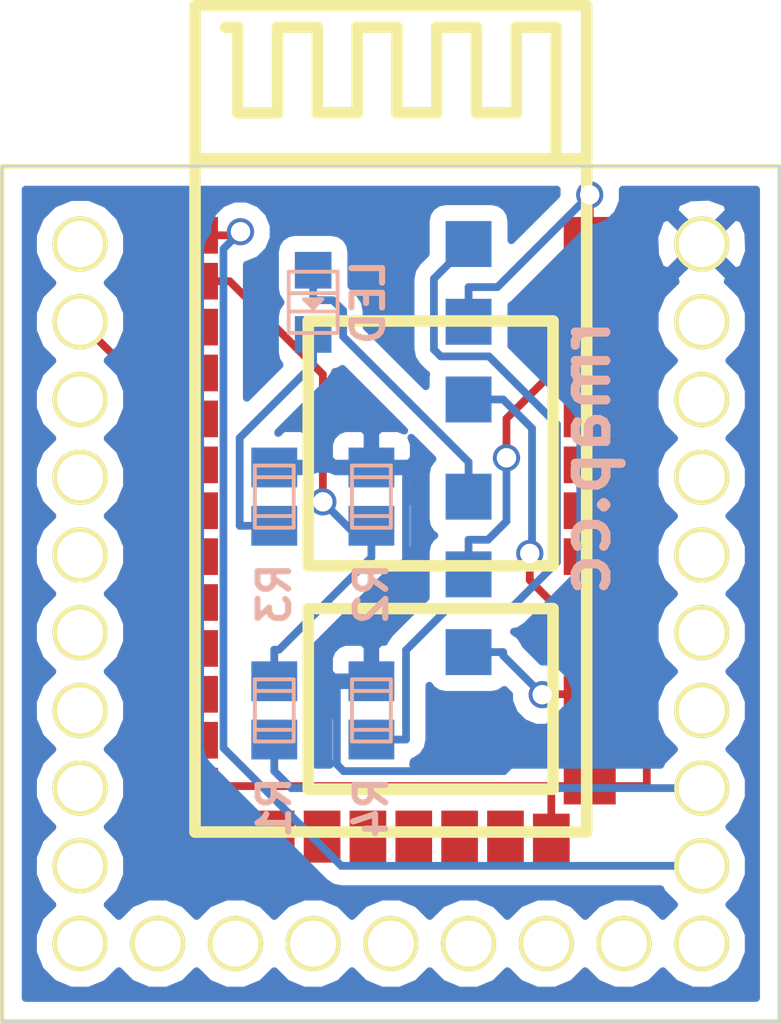
<source format=kicad_pcb>
(kicad_pcb (version 4) (host pcbnew 0.201505071723+5645~23~ubuntu14.04.1-product)

  (general
    (links 18)
    (no_connects 0)
    (area 135.460999 81.31208 161.719001 117.904001)
    (thickness 1.6)
    (drawings 5)
    (tracks 96)
    (zones 0)
    (modules 13)
    (nets 13)
  )

  (page A4)
  (layers
    (0 F.Cu signal)
    (31 B.Cu signal)
    (32 B.Adhes user hide)
    (33 F.Adhes user hide)
    (34 B.Paste user hide)
    (35 F.Paste user hide)
    (36 B.SilkS user)
    (37 F.SilkS user)
    (38 B.Mask user hide)
    (39 F.Mask user hide)
    (40 Dwgs.User user hide)
    (41 Cmts.User user hide)
    (42 Eco1.User user hide)
    (43 Eco2.User user hide)
    (44 Edge.Cuts user)
    (45 Margin user hide)
    (46 B.CrtYd user hide)
    (47 F.CrtYd user hide)
    (48 B.Fab user hide)
    (49 F.Fab user hide)
  )

  (setup
    (last_trace_width 0.254)
    (trace_clearance 0.354)
    (zone_clearance 0.508)
    (zone_45_only no)
    (trace_min 0.254)
    (segment_width 0.2)
    (edge_width 0.1)
    (via_size 1.035)
    (via_drill 0.635)
    (via_min_size 0.889)
    (via_min_drill 0.508)
    (uvia_size 0.6)
    (uvia_drill 0.254)
    (uvias_allowed no)
    (uvia_min_size 0.508)
    (uvia_min_drill 0.127)
    (pcb_text_width 0.3)
    (pcb_text_size 1.5 1.5)
    (mod_edge_width 0.2)
    (mod_text_size 1 1)
    (mod_text_width 0.2)
    (pad_size 1.50114 1.50114)
    (pad_drill 0)
    (pad_to_mask_clearance 0.2)
    (solder_mask_min_width 0.2)
    (aux_axis_origin 0 0)
    (visible_elements 7FFFFF7F)
    (pcbplotparams
      (layerselection 0x01030_80000001)
      (usegerberextensions false)
      (excludeedgelayer true)
      (linewidth 0.100000)
      (plotframeref false)
      (viasonmask false)
      (mode 1)
      (useauxorigin false)
      (hpglpennumber 1)
      (hpglpenspeed 20)
      (hpglpendiameter 15)
      (hpglpenoverlay 2)
      (psnegative false)
      (psa4output false)
      (plotreference true)
      (plotvalue true)
      (plotinvisibletext false)
      (padsonsilk false)
      (subtractmaskfromsilk false)
      (outputformat 1)
      (mirror false)
      (drillshape 0)
      (scaleselection 1)
      (outputdirectory ""))
  )

  (net 0 "")
  (net 1 "Net-(D1-Pad1)")
  (net 2 GND)
  (net 3 "Net-(R1-Pad1)")
  (net 4 "Net-(R1-Pad2)")
  (net 5 "Net-(U1-Pad9)")
  (net 6 "Net-(U1-Pad26)")
  (net 7 "Net-(D1-Pad2)")
  (net 8 "Net-(P2-Pad1)")
  (net 9 "Net-(P4-Pad1)")
  (net 10 "Net-(P1-Pad1)")
  (net 11 "Net-(P3-Pad1)")
  (net 12 "Net-(P6-Pad1)")

  (net_class Default "Questo è il gruppo di collegamenti predefinito"
    (clearance 0.354)
    (trace_width 0.254)
    (via_dia 1.035)
    (via_drill 0.635)
    (uvia_dia 0.6)
    (uvia_drill 0.254)
    (add_net GND)
    (add_net "Net-(D1-Pad1)")
    (add_net "Net-(D1-Pad2)")
    (add_net "Net-(P1-Pad1)")
    (add_net "Net-(P2-Pad1)")
    (add_net "Net-(P3-Pad1)")
    (add_net "Net-(P4-Pad1)")
    (add_net "Net-(P6-Pad1)")
    (add_net "Net-(R1-Pad1)")
    (add_net "Net-(R1-Pad2)")
    (add_net "Net-(U1-Pad26)")
    (add_net "Net-(U1-Pad9)")
  )

  (module w_smd_leds:Led_0805 (layer B.Cu) (tedit 554CE91F) (tstamp 554CE23C)
    (at 146.05 93.98 270)
    (descr "SMD LED, 0805")
    (path /5502D315)
    (fp_text reference D1 (at 0 1.651 270) (layer B.SilkS) hide
      (effects (font (size 1 1) (thickness 0.2)) (justify mirror))
    )
    (fp_text value LED (at 0 -1.80086 270) (layer B.SilkS)
      (effects (font (size 1 1) (thickness 0.2)) (justify mirror))
    )
    (fp_line (start 0.20066 0) (end -0.09906 0.29972) (layer B.SilkS) (width 0.127))
    (fp_line (start -0.09906 0.29972) (end -0.09906 -0.29972) (layer B.SilkS) (width 0.127))
    (fp_line (start -0.09906 -0.29972) (end 0.20066 0) (layer B.SilkS) (width 0.127))
    (fp_line (start 0.09906 -0.09906) (end 0.09906 0.09906) (layer B.SilkS) (width 0.127))
    (fp_line (start 0 0.20066) (end 0 -0.20066) (layer B.SilkS) (width 0.127))
    (fp_line (start 0.29972 -0.8001) (end 0.29972 0.8001) (layer B.SilkS) (width 0.127))
    (fp_line (start -0.29972 0.8001) (end -0.29972 -0.8001) (layer B.SilkS) (width 0.127))
    (fp_line (start -1.00076 0.8001) (end 1.00076 0.8001) (layer B.SilkS) (width 0.127))
    (fp_line (start 1.00076 0.8001) (end 1.00076 -0.8001) (layer B.SilkS) (width 0.127))
    (fp_line (start 1.00076 -0.8001) (end -1.00076 -0.8001) (layer B.SilkS) (width 0.127))
    (fp_line (start -1.00076 -0.8001) (end -1.00076 0.8001) (layer B.SilkS) (width 0.127))
    (pad 1 smd rect (at -1.04902 0 270) (size 1.19888 1.19888) (layers B.Cu B.Paste B.Mask)
      (net 1 "Net-(D1-Pad1)"))
    (pad 2 smd rect (at 1.04902 0 270) (size 1.19888 1.19888) (layers B.Cu B.Paste B.Mask)
      (net 7 "Net-(D1-Pad2)"))
    (model walter/smd_leds/led_0805.wrl
      (at (xyz 0 0 0))
      (scale (xyz 1 1 1))
      (rotate (xyz 0 0 0))
    )
  )

  (module Rmap:HC-05 (layer F.Cu) (tedit 55032825) (tstamp 550568DD)
    (at 148.59 97.79)
    (descr "HC-05/HC-06 serial Bluetooth module")
    (path /55008234)
    (fp_text reference U2 (at 0 -14.59992) (layer F.SilkS) hide
      (effects (font (thickness 0.3048)))
    )
    (fp_text value ITEAD_HC-05 (at 0 15.99946) (layer F.SilkS) hide
      (effects (font (thickness 0.3048)))
    )
    (fp_line (start -3.70078 -12.79652) (end -3.70078 -9.99744) (layer F.SilkS) (width 0.37846))
    (fp_line (start -5.00126 -12.79652) (end -5.00126 -9.99744) (layer F.SilkS) (width 0.37846))
    (fp_line (start -3.69824 -9.99998) (end -4.99872 -9.99998) (layer F.SilkS) (width 0.37846))
    (fp_line (start -1.10236 -12.79906) (end -1.10236 -9.99998) (layer F.SilkS) (width 0.37846))
    (fp_line (start -2.40284 -12.79906) (end -2.40284 -9.99998) (layer F.SilkS) (width 0.37846))
    (fp_line (start -1.09982 -10.00252) (end -2.4003 -10.00252) (layer F.SilkS) (width 0.37846))
    (fp_line (start -2.40284 -12.8016) (end -3.70332 -12.8016) (layer F.SilkS) (width 0.37846))
    (fp_line (start 1.4986 -12.79906) (end 1.4986 -9.99998) (layer F.SilkS) (width 0.37846))
    (fp_line (start 0.19812 -12.79906) (end 0.19812 -9.99998) (layer F.SilkS) (width 0.37846))
    (fp_line (start 1.50114 -10.00252) (end 0.20066 -10.00252) (layer F.SilkS) (width 0.37846))
    (fp_line (start 0.19812 -12.8016) (end -1.10236 -12.8016) (layer F.SilkS) (width 0.37846))
    (fp_line (start 5.40004 -12.79906) (end 5.40004 -8.49884) (layer F.SilkS) (width 0.37846))
    (fp_line (start 4.09956 -12.79906) (end 4.09956 -9.99998) (layer F.SilkS) (width 0.37846))
    (fp_line (start 2.79908 -12.79906) (end 2.79908 -9.99998) (layer F.SilkS) (width 0.37846))
    (fp_line (start -2.70002 12.10056) (end -2.70002 6.20014) (layer F.SilkS) (width 0.37846))
    (fp_line (start 5.30098 6.20014) (end 5.30098 12.10056) (layer F.SilkS) (width 0.37846))
    (fp_line (start -2.70002 6.1976) (end 5.30098 6.1976) (layer F.SilkS) (width 0.37846))
    (fp_line (start 5.30098 12.10056) (end -2.70002 12.10056) (layer F.SilkS) (width 0.37846))
    (fp_line (start 5.30098 -3.2004) (end 5.30098 4.8006) (layer F.SilkS) (width 0.37846))
    (fp_line (start 5.30098 4.8006) (end -2.70002 4.8006) (layer F.SilkS) (width 0.37846))
    (fp_line (start -2.70002 4.8006) (end -2.70002 -3.2004) (layer F.SilkS) (width 0.37846))
    (fp_line (start -2.70002 -3.2004) (end 5.30098 -3.2004) (layer F.SilkS) (width 0.37846))
    (fp_line (start -5.00126 -12.79906) (end -5.40004 -12.79906) (layer F.SilkS) (width 0.37846))
    (fp_line (start 4.1021 -10.00252) (end 2.80162 -10.00252) (layer F.SilkS) (width 0.37846))
    (fp_line (start 2.79908 -12.8016) (end 1.4986 -12.8016) (layer F.SilkS) (width 0.37846))
    (fp_line (start 5.40004 -12.8016) (end 4.09956 -12.8016) (layer F.SilkS) (width 0.37846))
    (fp_line (start 6.4008 -8.49884) (end -6.4008 -8.49884) (layer F.SilkS) (width 0.37846))
    (fp_line (start -6.4008 13.5001) (end -6.4008 -13.5001) (layer F.SilkS) (width 0.37846))
    (fp_line (start -6.4008 -13.5001) (end 6.4008 -13.5001) (layer F.SilkS) (width 0.37846))
    (fp_line (start 6.4008 -13.5001) (end 6.4008 13.5001) (layer F.SilkS) (width 0.37846))
    (fp_line (start 6.4008 13.5001) (end -6.4008 13.5001) (layer F.SilkS) (width 0.37846))
    (pad 11 smd rect (at -6.49986 8.99922) (size 1.69926 1.19888) (layers F.Cu F.Paste F.Mask))
    (pad 12 smd rect (at -6.49986 10.50036) (size 1.69926 1.19888) (layers F.Cu F.Paste F.Mask)
      (net 6 "Net-(U1-Pad26)"))
    (pad 13 smd rect (at -6.49986 11.99896) (size 1.69926 1.19888) (layers F.Cu F.Paste F.Mask)
      (net 2 GND))
    (pad 10 smd rect (at -6.49986 7.50062) (size 1.69926 1.19888) (layers F.Cu F.Paste F.Mask))
    (pad 9 smd rect (at -6.49986 5.99948) (size 1.69926 1.19888) (layers F.Cu F.Paste F.Mask))
    (pad 8 smd rect (at -6.49986 4.50088) (size 1.69926 1.19888) (layers F.Cu F.Paste F.Mask))
    (pad 7 smd rect (at -6.49986 2.99974) (size 1.69926 1.19888) (layers F.Cu F.Paste F.Mask))
    (pad 6 smd rect (at -6.49986 1.50114) (size 1.69926 1.19888) (layers F.Cu F.Paste F.Mask))
    (pad 5 smd rect (at -6.49986 0) (size 1.69926 1.19888) (layers F.Cu F.Paste F.Mask))
    (pad 4 smd rect (at -6.49986 -1.50114) (size 1.69926 1.19888) (layers F.Cu F.Paste F.Mask))
    (pad 3 smd rect (at -6.49986 -2.99974) (size 1.69926 1.19888) (layers F.Cu F.Paste F.Mask))
    (pad 2 smd rect (at -6.49986 -4.50088) (size 1.69926 1.19888) (layers F.Cu F.Paste F.Mask)
      (net 4 "Net-(R1-Pad2)"))
    (pad 1 smd rect (at -6.49986 -5.99948) (size 1.69926 1.19888) (layers F.Cu F.Paste F.Mask)
      (net 5 "Net-(U1-Pad9)"))
    (pad 14 smd rect (at -5.25018 13.69568) (size 1.19888 1.59766) (layers F.Cu F.Paste F.Mask))
    (pad 15 smd rect (at -3.7465 13.64996) (size 1.19888 1.69926) (layers F.Cu F.Paste F.Mask))
    (pad 16 smd rect (at -2.2479 13.64996) (size 1.19888 1.69926) (layers F.Cu F.Paste F.Mask))
    (pad 17 smd rect (at -0.7493 13.64996) (size 1.19888 1.69926) (layers F.Cu F.Paste F.Mask))
    (pad 18 smd rect (at 0.7493 13.64996) (size 1.19888 1.69926) (layers F.Cu F.Paste F.Mask))
    (pad 19 smd rect (at 2.2479 13.64996) (size 1.19888 1.69926) (layers F.Cu F.Paste F.Mask))
    (pad 20 smd rect (at 3.7465 13.64996) (size 1.19888 1.69926) (layers F.Cu F.Paste F.Mask))
    (pad 21 smd rect (at 5.2451 13.69822) (size 1.19888 1.59766) (layers F.Cu F.Paste F.Mask)
      (net 2 GND))
    (pad 22 smd rect (at 6.49986 11.99896) (size 1.69926 1.19888) (layers F.Cu F.Paste F.Mask)
      (net 2 GND))
    (pad 23 smd rect (at 6.49986 10.50036) (size 1.69926 1.19888) (layers F.Cu F.Paste F.Mask))
    (pad 24 smd rect (at 6.49986 8.99668) (size 1.69926 1.19888) (layers F.Cu F.Paste F.Mask)
      (net 9 "Net-(P4-Pad1)"))
    (pad 25 smd rect (at 6.49986 7.50062) (size 1.69926 1.19888) (layers F.Cu F.Paste F.Mask))
    (pad 26 smd rect (at 6.49986 5.99948) (size 1.69926 1.19888) (layers F.Cu F.Paste F.Mask)
      (net 10 "Net-(P1-Pad1)"))
    (pad 27 smd rect (at 6.49986 4.50088) (size 1.69926 1.19888) (layers F.Cu F.Paste F.Mask))
    (pad 28 smd rect (at 6.49986 2.99974) (size 1.69926 1.19888) (layers F.Cu F.Paste F.Mask))
    (pad 29 smd rect (at 6.49986 1.50114) (size 1.69926 1.19888) (layers F.Cu F.Paste F.Mask))
    (pad 30 smd rect (at 6.49986 0) (size 1.69926 1.19888) (layers F.Cu F.Paste F.Mask))
    (pad 31 smd rect (at 6.49986 -1.50114) (size 1.69926 1.19888) (layers F.Cu F.Paste F.Mask)
      (net 12 "Net-(P6-Pad1)"))
    (pad 32 smd rect (at 6.49986 -2.99974) (size 1.69926 1.19888) (layers F.Cu F.Paste F.Mask))
    (pad 33 smd rect (at 6.49986 -4.50088) (size 1.69926 1.19888) (layers F.Cu F.Paste F.Mask))
    (pad 34 smd rect (at 6.49986 -5.99948) (size 1.69926 1.19888) (layers F.Cu F.Paste F.Mask)
      (net 11 "Net-(P3-Pad1)"))
    (model walter/rf_modules/itead_hc-05.wrl
      (at (xyz 0 0 0))
      (scale (xyz 1 1 1))
      (rotate (xyz 0 0 0))
    )
  )

  (module Rmap:microduino (layer F.Cu) (tedit 554D21BF) (tstamp 55056824)
    (at 148.59 104.775)
    (tags "foont print ruotato mettere i comp su F Cu")
    (path /550082D7)
    (fp_text reference U1 (at 0 -7.62) (layer F.SilkS) hide
      (effects (font (size 1.5 1.5) (thickness 0.15)))
    )
    (fp_text value Microduino (at 0 0) (layer F.SilkS) hide
      (effects (font (size 1.5 1.5) (thickness 0.15)))
    )
    (fp_line (start -12.7 -15.24) (end 12.7 -15.24) (layer F.SilkS) (width 0.15))
    (fp_line (start 12.7 -15.24) (end 12.7 12.7) (layer F.SilkS) (width 0.15))
    (fp_line (start 12.7 12.7) (end -12.7 12.7) (layer F.SilkS) (width 0.15))
    (fp_line (start -12.7 12.7) (end -12.7 -15.24) (layer F.SilkS) (width 0.15))
    (pad 27 thru_hole circle (at -10.16 -12.7) (size 1.8 1.8) (drill 1.5) (layers *.Cu *.Mask F.SilkS))
    (pad 26 thru_hole circle (at -10.16 -10.16) (size 1.8 1.8) (drill 1.5) (layers *.Cu *.Mask F.SilkS)
      (net 6 "Net-(U1-Pad26)"))
    (pad 25 thru_hole circle (at -10.16 -7.62) (size 1.8 1.8) (drill 1.5) (layers *.Cu *.Mask F.SilkS))
    (pad 24 thru_hole circle (at -10.16 -5.08) (size 1.8 1.8) (drill 1.5) (layers *.Cu *.Mask F.SilkS))
    (pad 23 thru_hole circle (at -10.16 -2.54) (size 1.8 1.8) (drill 1.5) (layers *.Cu *.Mask F.SilkS))
    (pad 22 thru_hole circle (at -10.16 0) (size 1.8 1.8) (drill 1.5) (layers *.Cu *.Mask F.SilkS))
    (pad 21 thru_hole circle (at -10.16 2.54) (size 1.8 1.8) (drill 1.5) (layers *.Cu *.Mask F.SilkS))
    (pad 20 thru_hole circle (at -10.16 5.08) (size 1.8 1.8) (drill 1.5) (layers *.Cu *.Mask F.SilkS))
    (pad 19 thru_hole circle (at -10.16 7.62) (size 1.8 1.8) (drill 1.5) (layers *.Cu *.Mask F.SilkS))
    (pad 18 thru_hole circle (at -10.16 10.16) (size 1.8 1.8) (drill 1.5) (layers *.Cu *.Mask F.SilkS))
    (pad 17 thru_hole circle (at -7.62 10.16) (size 1.8 1.8) (drill 1.5) (layers *.Cu *.Mask F.SilkS))
    (pad 16 thru_hole circle (at -5.08 10.16) (size 1.8 1.8) (drill 1.5) (layers *.Cu *.Mask F.SilkS))
    (pad 15 thru_hole circle (at -2.54 10.16) (size 1.8 1.8) (drill 1.5) (layers *.Cu *.Mask F.SilkS))
    (pad 14 thru_hole circle (at 0 10.16) (size 1.8 1.8) (drill 1.5) (layers *.Cu *.Mask F.SilkS))
    (pad 13 thru_hole circle (at 2.54 10.16) (size 1.8 1.8) (drill 1.5) (layers *.Cu *.Mask F.SilkS))
    (pad 12 thru_hole circle (at 5.08 10.16) (size 1.8 1.8) (drill 1.5) (layers *.Cu *.Mask F.SilkS))
    (pad 11 thru_hole circle (at 7.62 10.16) (size 1.8 1.8) (drill 1.5) (layers *.Cu *.Mask F.SilkS))
    (pad 9 thru_hole circle (at 10.16 7.62) (size 1.8 1.8) (drill 1.5) (layers *.Cu *.Mask F.SilkS)
      (net 5 "Net-(U1-Pad9)"))
    (pad 8 thru_hole circle (at 10.16 5.08) (size 1.8 1.8) (drill 1.5) (layers *.Cu *.Mask F.SilkS)
      (net 3 "Net-(R1-Pad1)"))
    (pad 7 thru_hole circle (at 10.16 2.54) (size 1.8 1.8) (drill 1.5) (layers *.Cu *.Mask F.SilkS))
    (pad 6 thru_hole circle (at 10.16 0) (size 1.8 1.8) (drill 1.5) (layers *.Cu *.Mask F.SilkS))
    (pad 5 thru_hole circle (at 10.16 -2.54) (size 1.8 1.8) (drill 1.5) (layers *.Cu *.Mask F.SilkS))
    (pad 4 thru_hole circle (at 10.16 -5.08) (size 1.8 1.8) (drill 1.5) (layers *.Cu *.Mask F.SilkS))
    (pad 3 thru_hole circle (at 10.16 -7.62) (size 1.8 1.8) (drill 1.5) (layers *.Cu *.Mask F.SilkS))
    (pad 2 thru_hole circle (at 10.16 -10.16) (size 1.8 1.8) (drill 1.5) (layers *.Cu *.Mask F.SilkS))
    (pad 10 thru_hole circle (at 10.16 10.16) (size 1.8 1.8) (drill 1.5) (layers *.Cu *.Mask F.SilkS))
    (pad 1 thru_hole circle (at 10.16 -12.7) (size 1.8 1.8) (drill 1.5) (layers *.Cu *.Mask F.SilkS)
      (net 2 GND))
  )

  (module w_smd_resistors:r_0805 (layer B.Cu) (tedit 554CE964) (tstamp 554CE241)
    (at 144.78 107.315 270)
    (descr "SMT resistor, 0805")
    (path /550087EF)
    (fp_text reference R1 (at 3.175 0 270) (layer B.SilkS)
      (effects (font (size 1 1) (thickness 0.2)) (justify mirror))
    )
    (fp_text value 8K2 (at 0 -0.9906 270) (layer B.SilkS) hide
      (effects (font (size 0.29972 0.29972) (thickness 0.06096)) (justify mirror))
    )
    (fp_line (start 0.635 0.635) (end 0.635 -0.635) (layer B.SilkS) (width 0.127))
    (fp_line (start -0.635 0.635) (end -0.635 -0.6096) (layer B.SilkS) (width 0.127))
    (fp_line (start -1.016 0.635) (end 1.016 0.635) (layer B.SilkS) (width 0.127))
    (fp_line (start 1.016 0.635) (end 1.016 -0.635) (layer B.SilkS) (width 0.127))
    (fp_line (start 1.016 -0.635) (end -1.016 -0.635) (layer B.SilkS) (width 0.127))
    (fp_line (start -1.016 -0.635) (end -1.016 0.635) (layer B.SilkS) (width 0.127))
    (pad 1 smd rect (at 0.9525 0 270) (size 1.30048 1.4986) (layers B.Cu B.Paste B.Mask)
      (net 3 "Net-(R1-Pad1)"))
    (pad 2 smd rect (at -0.9525 0 270) (size 1.30048 1.4986) (layers B.Cu B.Paste B.Mask)
      (net 4 "Net-(R1-Pad2)"))
    (model walter/smd_resistors/r_0805.wrl
      (at (xyz 0 0 0))
      (scale (xyz 1 1 1))
      (rotate (xyz 0 0 0))
    )
  )

  (module w_smd_resistors:r_0805 (layer B.Cu) (tedit 554CE955) (tstamp 554CE246)
    (at 147.955 100.33 270)
    (descr "SMT resistor, 0805")
    (path /550088C1)
    (fp_text reference R2 (at 3.175 0 270) (layer B.SilkS)
      (effects (font (size 1 1) (thickness 0.2)) (justify mirror))
    )
    (fp_text value 15K (at 0 -0.9906 270) (layer B.SilkS) hide
      (effects (font (size 0.29972 0.29972) (thickness 0.06096)) (justify mirror))
    )
    (fp_line (start 0.635 0.635) (end 0.635 -0.635) (layer B.SilkS) (width 0.127))
    (fp_line (start -0.635 0.635) (end -0.635 -0.6096) (layer B.SilkS) (width 0.127))
    (fp_line (start -1.016 0.635) (end 1.016 0.635) (layer B.SilkS) (width 0.127))
    (fp_line (start 1.016 0.635) (end 1.016 -0.635) (layer B.SilkS) (width 0.127))
    (fp_line (start 1.016 -0.635) (end -1.016 -0.635) (layer B.SilkS) (width 0.127))
    (fp_line (start -1.016 -0.635) (end -1.016 0.635) (layer B.SilkS) (width 0.127))
    (pad 1 smd rect (at 0.9525 0 270) (size 1.30048 1.4986) (layers B.Cu B.Paste B.Mask)
      (net 4 "Net-(R1-Pad2)"))
    (pad 2 smd rect (at -0.9525 0 270) (size 1.30048 1.4986) (layers B.Cu B.Paste B.Mask)
      (net 2 GND))
    (model walter/smd_resistors/r_0805.wrl
      (at (xyz 0 0 0))
      (scale (xyz 1 1 1))
      (rotate (xyz 0 0 0))
    )
  )

  (module w_smd_resistors:r_0805 (layer B.Cu) (tedit 554CE958) (tstamp 554CE24B)
    (at 144.78 100.33 270)
    (descr "SMT resistor, 0805")
    (path /5502D2EB)
    (fp_text reference R3 (at 3.175 0 270) (layer B.SilkS)
      (effects (font (size 1 1) (thickness 0.2)) (justify mirror))
    )
    (fp_text value R (at 0 -0.9906 270) (layer B.SilkS) hide
      (effects (font (size 0.29972 0.29972) (thickness 0.06096)) (justify mirror))
    )
    (fp_line (start 0.635 0.635) (end 0.635 -0.635) (layer B.SilkS) (width 0.127))
    (fp_line (start -0.635 0.635) (end -0.635 -0.6096) (layer B.SilkS) (width 0.127))
    (fp_line (start -1.016 0.635) (end 1.016 0.635) (layer B.SilkS) (width 0.127))
    (fp_line (start 1.016 0.635) (end 1.016 -0.635) (layer B.SilkS) (width 0.127))
    (fp_line (start 1.016 -0.635) (end -1.016 -0.635) (layer B.SilkS) (width 0.127))
    (fp_line (start -1.016 -0.635) (end -1.016 0.635) (layer B.SilkS) (width 0.127))
    (pad 1 smd rect (at 0.9525 0 270) (size 1.30048 1.4986) (layers B.Cu B.Paste B.Mask)
      (net 7 "Net-(D1-Pad2)"))
    (pad 2 smd rect (at -0.9525 0 270) (size 1.30048 1.4986) (layers B.Cu B.Paste B.Mask)
      (net 2 GND))
    (model walter/smd_resistors/r_0805.wrl
      (at (xyz 0 0 0))
      (scale (xyz 1 1 1))
      (rotate (xyz 0 0 0))
    )
  )

  (module w_smd_resistors:r_0805 (layer B.Cu) (tedit 554CE95F) (tstamp 554CE250)
    (at 147.955 107.315 270)
    (descr "SMT resistor, 0805")
    (path /55008D30)
    (fp_text reference R4 (at 3.175 0 270) (layer B.SilkS)
      (effects (font (size 1 1) (thickness 0.2)) (justify mirror))
    )
    (fp_text value 10K (at 0 -0.9906 270) (layer B.SilkS) hide
      (effects (font (size 0.29972 0.29972) (thickness 0.06096)) (justify mirror))
    )
    (fp_line (start 0.635 0.635) (end 0.635 -0.635) (layer B.SilkS) (width 0.127))
    (fp_line (start -0.635 0.635) (end -0.635 -0.6096) (layer B.SilkS) (width 0.127))
    (fp_line (start -1.016 0.635) (end 1.016 0.635) (layer B.SilkS) (width 0.127))
    (fp_line (start 1.016 0.635) (end 1.016 -0.635) (layer B.SilkS) (width 0.127))
    (fp_line (start 1.016 -0.635) (end -1.016 -0.635) (layer B.SilkS) (width 0.127))
    (fp_line (start -1.016 -0.635) (end -1.016 0.635) (layer B.SilkS) (width 0.127))
    (pad 1 smd rect (at 0.9525 0 270) (size 1.30048 1.4986) (layers B.Cu B.Paste B.Mask)
      (net 8 "Net-(P2-Pad1)"))
    (pad 2 smd rect (at -0.9525 0 270) (size 1.30048 1.4986) (layers B.Cu B.Paste B.Mask)
      (net 2 GND))
    (model walter/smd_resistors/r_0805.wrl
      (at (xyz 0 0 0))
      (scale (xyz 1 1 1))
      (rotate (xyz 0 0 0))
    )
  )

  (module Measurement_Points:Measurement_Point_Square-SMD-Pad_Small (layer F.Cu) (tedit 554D23CC) (tstamp 554D20C1)
    (at 151.13 97.155)
    (descr "Mesurement Point, Square, SMD Pad,  1.5mm x 1.5mm,")
    (tags "Mesurement Point, Square, SMD Pad, 1.5mm x 1.5mm,")
    (path /5502DA26)
    (fp_text reference P1 (at 0 -3.81) (layer F.SilkS) hide
      (effects (font (size 1 1) (thickness 0.15)))
    )
    (fp_text value CONN_01X01 (at 2.54 3.81) (layer F.Fab) hide
      (effects (font (size 1 1) (thickness 0.15)))
    )
    (pad 1 smd rect (at 0 0) (size 1.50114 1.50114) (layers B.Cu B.Paste B.Mask)
      (net 10 "Net-(P1-Pad1)"))
  )

  (module Measurement_Points:Measurement_Point_Square-SMD-Pad_Small (layer F.Cu) (tedit 554D2389) (tstamp 554D20C5)
    (at 151.13 92.075)
    (descr "Mesurement Point, Square, SMD Pad,  1.5mm x 1.5mm,")
    (tags "Mesurement Point, Square, SMD Pad, 1.5mm x 1.5mm,")
    (path /5502DA52)
    (fp_text reference P2 (at 0 -3.81) (layer F.SilkS) hide
      (effects (font (size 1 1) (thickness 0.15)))
    )
    (fp_text value CONN_01X01 (at 2.54 3.81) (layer F.Fab) hide
      (effects (font (size 1 1) (thickness 0.15)))
    )
    (pad 1 smd rect (at 0 0) (size 1.50114 1.50114) (layers B.Cu B.Paste B.Mask)
      (net 8 "Net-(P2-Pad1)"))
  )

  (module Measurement_Points:Measurement_Point_Square-SMD-Pad_Small (layer F.Cu) (tedit 554D2398) (tstamp 554D20C9)
    (at 151.13 94.615)
    (descr "Mesurement Point, Square, SMD Pad,  1.5mm x 1.5mm,")
    (tags "Mesurement Point, Square, SMD Pad, 1.5mm x 1.5mm,")
    (path /5502DA6A)
    (fp_text reference P3 (at 0 -3.81) (layer F.SilkS) hide
      (effects (font (size 1 1) (thickness 0.15)))
    )
    (fp_text value CONN_01X01 (at 2.54 3.81) (layer F.Fab) hide
      (effects (font (size 1 1) (thickness 0.15)))
    )
    (pad 1 smd rect (at 0 0) (size 1.50114 1.50114) (layers B.Cu B.Paste B.Mask)
      (net 11 "Net-(P3-Pad1)"))
  )

  (module Measurement_Points:Measurement_Point_Square-SMD-Pad_Small (layer F.Cu) (tedit 554D23E6) (tstamp 554D20CD)
    (at 151.13 105.41)
    (descr "Mesurement Point, Square, SMD Pad,  1.5mm x 1.5mm,")
    (tags "Mesurement Point, Square, SMD Pad, 1.5mm x 1.5mm,")
    (path /5502DA85)
    (fp_text reference P4 (at 0 -3.81) (layer F.SilkS) hide
      (effects (font (size 1 1) (thickness 0.15)))
    )
    (fp_text value CONN_01X01 (at 2.54 3.81) (layer F.Fab) hide
      (effects (font (size 1 1) (thickness 0.15)))
    )
    (pad 1 smd rect (at 0 0) (size 1.50114 1.50114) (layers B.Cu B.Paste B.Mask)
      (net 9 "Net-(P4-Pad1)"))
  )

  (module Measurement_Points:Measurement_Point_Square-SMD-Pad_Small (layer F.Cu) (tedit 554D23D8) (tstamp 554D20D1)
    (at 151.13 100.33)
    (descr "Mesurement Point, Square, SMD Pad,  1.5mm x 1.5mm,")
    (tags "Mesurement Point, Square, SMD Pad, 1.5mm x 1.5mm,")
    (path /5502DAB1)
    (fp_text reference P5 (at 0 -3.81) (layer F.SilkS) hide
      (effects (font (size 1 1) (thickness 0.15)))
    )
    (fp_text value CONN_01X01 (at 2.54 3.81) (layer F.Fab) hide
      (effects (font (size 1 1) (thickness 0.15)))
    )
    (pad 1 smd rect (at 0 0) (size 1.50114 1.50114) (layers B.Cu B.Paste B.Mask)
      (net 1 "Net-(D1-Pad1)"))
  )

  (module Measurement_Points:Measurement_Point_Square-SMD-Pad_Small (layer F.Cu) (tedit 554D23DF) (tstamp 554D20D5)
    (at 151.13 102.87)
    (descr "Mesurement Point, Square, SMD Pad,  1.5mm x 1.5mm,")
    (tags "Mesurement Point, Square, SMD Pad, 1.5mm x 1.5mm,")
    (path /5502DAC9)
    (fp_text reference P6 (at 0 -3.81) (layer F.SilkS) hide
      (effects (font (size 1 1) (thickness 0.15)))
    )
    (fp_text value CONN_01X01 (at 2.54 3.81) (layer F.Fab) hide
      (effects (font (size 1 1) (thickness 0.15)))
    )
    (pad 1 smd rect (at 0 0) (size 1.50114 1.50114) (layers B.Cu B.Paste B.Mask)
      (net 12 "Net-(P6-Pad1)"))
  )

  (gr_text rmap.cc (at 154.94 99.06 90) (layer B.SilkS)
    (effects (font (size 1.5 1.5) (thickness 0.3)) (justify mirror))
  )
  (gr_line (start 135.89 89.535) (end 135.89 117.475) (angle 90) (layer Edge.Cuts) (width 0.1))
  (gr_line (start 161.29 89.535) (end 135.89 89.535) (angle 90) (layer Edge.Cuts) (width 0.1))
  (gr_line (start 161.29 117.475) (end 161.29 89.535) (angle 90) (layer Edge.Cuts) (width 0.1))
  (gr_line (start 135.89 117.475) (end 161.29 117.475) (angle 90) (layer Edge.Cuts) (width 0.1))

  (segment (start 146.05 92.931) (end 146.05 93.9117) (width 0.254) (layer B.Cu) (net 1))
  (segment (start 151.13 100.33) (end 151.13 99.1981) (width 0.254) (layer B.Cu) (net 1))
  (segment (start 151.13 99.1981) (end 147.0307 95.0988) (width 0.254) (layer B.Cu) (net 1))
  (segment (start 147.0307 95.0988) (end 147.0307 94.2488) (width 0.254) (layer B.Cu) (net 1))
  (segment (start 147.0307 94.2488) (end 146.6936 93.9117) (width 0.254) (layer B.Cu) (net 1))
  (segment (start 146.6936 93.9117) (end 146.05 93.9117) (width 0.254) (layer B.Cu) (net 1))
  (segment (start 147.955 106.3625) (end 147.955 105.331) (width 0.254) (layer B.Cu) (net 2))
  (segment (start 147.955 106.3625) (end 146.8244 106.3625) (width 0.254) (layer B.Cu) (net 2))
  (segment (start 146.8244 106.3625) (end 146.8244 109.0792) (width 0.254) (layer B.Cu) (net 2))
  (segment (start 146.8244 109.0792) (end 147.0443 109.2991) (width 0.254) (layer B.Cu) (net 2))
  (segment (start 147.0443 109.2991) (end 152.2864 109.2991) (width 0.254) (layer B.Cu) (net 2))
  (segment (start 152.2864 109.2991) (end 155.9158 105.6697) (width 0.254) (layer B.Cu) (net 2))
  (segment (start 155.9158 105.6697) (end 155.9158 94.9092) (width 0.254) (layer B.Cu) (net 2))
  (segment (start 155.9158 94.9092) (end 158.75 92.075) (width 0.254) (layer B.Cu) (net 2))
  (segment (start 149.0856 99.3775) (end 149.0856 104.2004) (width 0.254) (layer B.Cu) (net 2))
  (segment (start 149.0856 104.2004) (end 147.955 105.331) (width 0.254) (layer B.Cu) (net 2))
  (segment (start 147.955 99.3775) (end 149.0856 99.3775) (width 0.254) (layer B.Cu) (net 2))
  (segment (start 147.4471 99.3775) (end 147.955 99.3775) (width 0.254) (layer B.Cu) (net 2))
  (segment (start 147.4471 99.3775) (end 146.8244 99.3775) (width 0.254) (layer B.Cu) (net 2))
  (segment (start 155.0899 109.789) (end 156.9558 109.789) (width 0.254) (layer F.Cu) (net 2))
  (segment (start 158.75 92.075) (end 156.9558 93.8692) (width 0.254) (layer F.Cu) (net 2))
  (segment (start 156.9558 93.8692) (end 156.9558 109.789) (width 0.254) (layer F.Cu) (net 2))
  (segment (start 153.8351 109.789) (end 142.0901 109.789) (width 0.254) (layer F.Cu) (net 2))
  (segment (start 153.9861 109.789) (end 153.8351 109.789) (width 0.254) (layer F.Cu) (net 2))
  (segment (start 153.8351 109.789) (end 153.8351 110.3081) (width 0.254) (layer F.Cu) (net 2))
  (segment (start 155.0899 109.789) (end 153.9861 109.789) (width 0.254) (layer F.Cu) (net 2))
  (segment (start 153.8351 111.4882) (end 153.8351 110.3081) (width 0.254) (layer F.Cu) (net 2))
  (segment (start 144.78 99.3775) (end 146.8244 99.3775) (width 0.254) (layer B.Cu) (net 2))
  (segment (start 144.78 108.2675) (end 144.78 109.299) (width 0.254) (layer B.Cu) (net 3))
  (segment (start 144.78 109.299) (end 145.336 109.855) (width 0.254) (layer B.Cu) (net 3))
  (segment (start 145.336 109.855) (end 158.75 109.855) (width 0.254) (layer B.Cu) (net 3))
  (segment (start 142.0901 93.2891) (end 143.321 93.2891) (width 0.254) (layer F.Cu) (net 4))
  (segment (start 146.3675 100.4997) (end 146.3675 96.3356) (width 0.254) (layer F.Cu) (net 4))
  (segment (start 146.3675 96.3356) (end 143.321 93.2891) (width 0.254) (layer F.Cu) (net 4))
  (segment (start 147.955 101.7982) (end 147.666 101.7982) (width 0.254) (layer B.Cu) (net 4))
  (segment (start 147.666 101.7982) (end 146.3675 100.4997) (width 0.254) (layer B.Cu) (net 4))
  (segment (start 147.955 101.7982) (end 147.955 102.314) (width 0.254) (layer B.Cu) (net 4))
  (segment (start 147.955 101.2825) (end 147.955 101.7982) (width 0.254) (layer B.Cu) (net 4))
  (segment (start 144.78 106.3625) (end 144.78 105.331) (width 0.254) (layer B.Cu) (net 4))
  (segment (start 147.955 102.314) (end 144.938 105.331) (width 0.254) (layer B.Cu) (net 4))
  (segment (start 144.938 105.331) (end 144.78 105.331) (width 0.254) (layer B.Cu) (net 4))
  (via (at 146.3675 100.4997) (size 0.889) (layers F.Cu B.Cu) (net 4))
  (segment (start 143.321 91.7905) (end 143.4386 91.6729) (width 0.254) (layer F.Cu) (net 5))
  (segment (start 143.4386 91.6729) (end 143.6756 91.6729) (width 0.254) (layer F.Cu) (net 5))
  (segment (start 158.75 112.395) (end 146.9688 112.395) (width 0.254) (layer B.Cu) (net 5))
  (segment (start 146.9688 112.395) (end 143.1192 108.5454) (width 0.254) (layer B.Cu) (net 5))
  (segment (start 143.1192 108.5454) (end 143.1192 92.2293) (width 0.254) (layer B.Cu) (net 5))
  (segment (start 143.1192 92.2293) (end 143.6756 91.6729) (width 0.254) (layer B.Cu) (net 5))
  (segment (start 142.0901 91.7905) (end 143.321 91.7905) (width 0.254) (layer F.Cu) (net 5))
  (via (at 143.6756 91.6729) (size 0.889) (layers F.Cu B.Cu) (net 5))
  (segment (start 142.0901 108.2904) (end 140.2242 108.2904) (width 0.254) (layer F.Cu) (net 6))
  (segment (start 138.43 94.615) (end 140.2242 96.4092) (width 0.254) (layer F.Cu) (net 6))
  (segment (start 140.2242 96.4092) (end 140.2242 108.2904) (width 0.254) (layer F.Cu) (net 6))
  (segment (start 146.05 95.029) (end 146.05 96.0097) (width 0.254) (layer B.Cu) (net 7))
  (segment (start 144.78 101.2825) (end 143.6494 101.2825) (width 0.254) (layer B.Cu) (net 7))
  (segment (start 143.6494 101.2825) (end 143.6494 98.4103) (width 0.254) (layer B.Cu) (net 7))
  (segment (start 143.6494 98.4103) (end 146.05 96.0097) (width 0.254) (layer B.Cu) (net 7))
  (segment (start 147.955 108.2675) (end 149.0856 108.2675) (width 0.254) (layer B.Cu) (net 8))
  (segment (start 151.13 92.075) (end 149.998 93.207) (width 0.254) (layer B.Cu) (net 8))
  (segment (start 149.998 93.207) (end 149.998 95.5234) (width 0.254) (layer B.Cu) (net 8))
  (segment (start 149.998 95.5234) (end 150.2216 95.747) (width 0.254) (layer B.Cu) (net 8))
  (segment (start 150.2216 95.747) (end 151.7962 95.747) (width 0.254) (layer B.Cu) (net 8))
  (segment (start 151.7962 95.747) (end 154.0185 97.9693) (width 0.254) (layer B.Cu) (net 8))
  (segment (start 154.0185 97.9693) (end 154.0185 102.4748) (width 0.254) (layer B.Cu) (net 8))
  (segment (start 154.0185 102.4748) (end 152.4863 104.007) (width 0.254) (layer B.Cu) (net 8))
  (segment (start 152.4863 104.007) (end 150.4256 104.007) (width 0.254) (layer B.Cu) (net 8))
  (segment (start 150.4256 104.007) (end 149.0856 105.347) (width 0.254) (layer B.Cu) (net 8))
  (segment (start 149.0856 105.347) (end 149.0856 108.2675) (width 0.254) (layer B.Cu) (net 8))
  (segment (start 153.5369 106.8011) (end 153.8446 106.8011) (width 0.254) (layer F.Cu) (net 9))
  (segment (start 153.8446 106.8011) (end 153.859 106.7867) (width 0.254) (layer F.Cu) (net 9))
  (segment (start 152.2619 105.41) (end 152.2619 105.5261) (width 0.254) (layer B.Cu) (net 9))
  (segment (start 152.2619 105.5261) (end 153.5369 106.8011) (width 0.254) (layer B.Cu) (net 9))
  (segment (start 151.13 105.41) (end 152.2619 105.41) (width 0.254) (layer B.Cu) (net 9))
  (segment (start 155.0899 106.7867) (end 153.859 106.7867) (width 0.254) (layer F.Cu) (net 9))
  (via (at 153.5369 106.8011) (size 0.889) (layers F.Cu B.Cu) (net 9))
  (segment (start 151.13 97.155) (end 152.2619 97.155) (width 0.254) (layer B.Cu) (net 10))
  (segment (start 155.0899 103.7895) (end 153.859 103.7895) (width 0.254) (layer F.Cu) (net 10))
  (segment (start 153.1304 102.1865) (end 153.1304 103.0609) (width 0.254) (layer F.Cu) (net 10))
  (segment (start 153.1304 103.0609) (end 153.859 103.7895) (width 0.254) (layer F.Cu) (net 10))
  (segment (start 152.2619 97.155) (end 153.2049 98.098) (width 0.254) (layer B.Cu) (net 10))
  (segment (start 153.2049 98.098) (end 153.2049 102.112) (width 0.254) (layer B.Cu) (net 10))
  (segment (start 153.2049 102.112) (end 153.1304 102.1865) (width 0.254) (layer B.Cu) (net 10))
  (via (at 153.1304 102.1865) (size 0.889) (layers F.Cu B.Cu) (net 10))
  (segment (start 151.13 94.615) (end 151.13 93.4831) (width 0.254) (layer B.Cu) (net 11))
  (segment (start 155.0899 90.4677) (end 155.0899 91.7905) (width 0.254) (layer F.Cu) (net 11))
  (segment (start 151.13 93.4831) (end 152.0745 93.4831) (width 0.254) (layer B.Cu) (net 11))
  (segment (start 152.0745 93.4831) (end 155.0899 90.4677) (width 0.254) (layer B.Cu) (net 11))
  (via (at 155.0899 90.4677) (size 0.889) (layers F.Cu B.Cu) (net 11))
  (segment (start 151.13 102.87) (end 151.13 101.7381) (width 0.254) (layer B.Cu) (net 12))
  (segment (start 153.859 96.2889) (end 152.3687 97.7792) (width 0.254) (layer F.Cu) (net 12))
  (segment (start 152.3687 97.7792) (end 152.3687 99.0607) (width 0.254) (layer F.Cu) (net 12))
  (segment (start 151.13 101.7381) (end 151.7667 101.7381) (width 0.254) (layer B.Cu) (net 12))
  (segment (start 151.7667 101.7381) (end 152.3687 101.1361) (width 0.254) (layer B.Cu) (net 12))
  (segment (start 152.3687 101.1361) (end 152.3687 99.0607) (width 0.254) (layer B.Cu) (net 12))
  (segment (start 155.0899 96.2889) (end 153.859 96.2889) (width 0.254) (layer F.Cu) (net 12))
  (via (at 152.3687 99.0607) (size 0.889) (layers F.Cu B.Cu) (net 12))

  (zone (net 2) (net_name GND) (layer B.Cu) (tstamp 554D277F) (hatch edge 0.508)
    (connect_pads (clearance 0.508))
    (min_thickness 0.254)
    (fill yes (arc_segments 16) (thermal_gap 0.508) (thermal_bridge_width 0.508))
    (polygon
      (pts
        (xy 160.655 116.84) (xy 136.525 116.84) (xy 136.525 90.17) (xy 160.655 90.17)
      )
    )
    (filled_polygon
      (pts
        (xy 150.014134 101.599878) (xy 149.924503 101.658757) (xy 149.782053 101.86979) (xy 149.73199 102.11943) (xy 149.73199 103.62057)
        (xy 149.732381 103.622588) (xy 148.546785 104.808185) (xy 148.381604 105.055395) (xy 148.377254 105.07726) (xy 148.24075 105.07726)
        (xy 148.082 105.23601) (xy 148.082 106.2355) (xy 148.102 106.2355) (xy 148.102 106.4895) (xy 148.082 106.4895)
        (xy 148.082 106.5095) (xy 147.828 106.5095) (xy 147.828 106.4895) (xy 147.828 106.2355) (xy 147.828 105.23601)
        (xy 147.66925 105.07726) (xy 147.332009 105.07726) (xy 147.07939 105.07726) (xy 146.846001 105.173933) (xy 146.667373 105.352562)
        (xy 146.5707 105.585951) (xy 146.5707 106.07675) (xy 146.72945 106.2355) (xy 147.828 106.2355) (xy 147.828 106.4895)
        (xy 146.72945 106.4895) (xy 146.5707 106.64825) (xy 146.5707 107.139049) (xy 146.64368 107.315239) (xy 146.608323 107.36762)
        (xy 146.55826 107.61726) (xy 146.55826 108.91774) (xy 146.592264 109.093) (xy 146.141593 109.093) (xy 146.17674 108.91774)
        (xy 146.17674 107.61726) (xy 146.129763 107.375137) (xy 146.090702 107.315674) (xy 146.126677 107.26238) (xy 146.17674 107.01274)
        (xy 146.17674 105.71226) (xy 146.129763 105.470137) (xy 146.029351 105.317278) (xy 148.493815 102.852816) (xy 148.493815 102.852815)
        (xy 148.658996 102.605605) (xy 148.664053 102.58018) (xy 148.7043 102.58018) (xy 148.946423 102.533203) (xy 149.159227 102.393413)
        (xy 149.301677 102.18238) (xy 149.35174 101.93274) (xy 149.35174 100.63226) (xy 149.304763 100.390137) (xy 149.26597 100.331082)
        (xy 149.3393 100.154049) (xy 149.3393 99.66325) (xy 149.18055 99.5045) (xy 148.082 99.5045) (xy 148.082 99.5245)
        (xy 147.828 99.5245) (xy 147.828 99.5045) (xy 147.828 99.2505) (xy 147.828 98.25101) (xy 147.66925 98.09226)
        (xy 147.332009 98.09226) (xy 147.07939 98.09226) (xy 146.846001 98.188933) (xy 146.667373 98.367562) (xy 146.5707 98.600951)
        (xy 146.5707 99.09175) (xy 146.72945 99.2505) (xy 147.828 99.2505) (xy 147.828 99.5045) (xy 146.785733 99.5045)
        (xy 146.583168 99.420387) (xy 146.1643 99.420022) (xy 146.153716 99.420013) (xy 145.949242 99.5045) (xy 144.907 99.5045)
        (xy 144.907 99.5245) (xy 144.653 99.5245) (xy 144.653 99.5045) (xy 144.633 99.5045) (xy 144.633 99.2505)
        (xy 144.653 99.2505) (xy 144.653 99.2305) (xy 144.907 99.2305) (xy 144.907 99.2505) (xy 146.00555 99.2505)
        (xy 146.1643 99.09175) (xy 146.1643 98.600951) (xy 146.067627 98.367562) (xy 145.888999 98.188933) (xy 145.65561 98.09226)
        (xy 145.402991 98.09226) (xy 145.06575 98.09226) (xy 144.907002 98.251008) (xy 144.907002 98.230328) (xy 146.588815 96.548515)
        (xy 146.753996 96.301305) (xy 146.763449 96.253779) (xy 146.891563 96.228923) (xy 147.007218 96.152949) (xy 149.028496 98.174227)
        (xy 148.83061 98.09226) (xy 148.577991 98.09226) (xy 148.24075 98.09226) (xy 148.082 98.25101) (xy 148.082 99.2505)
        (xy 149.18055 99.2505) (xy 149.3393 99.09175) (xy 149.3393 98.600951) (xy 149.257331 98.403062) (xy 149.953788 99.099519)
        (xy 149.924503 99.118757) (xy 149.782053 99.32979) (xy 149.73199 99.57943) (xy 149.73199 101.08057) (xy 149.778967 101.322693)
        (xy 149.918757 101.535497) (xy 150.014134 101.599878)
      )
    )
    (filled_polygon
      (pts
        (xy 160.528 116.713) (xy 160.296458 116.713) (xy 160.296458 92.315664) (xy 160.270839 91.70554) (xy 160.086643 91.260852)
        (xy 159.830159 91.174446) (xy 159.650554 91.354051) (xy 159.650554 90.994841) (xy 159.564148 90.738357) (xy 158.990664 90.528542)
        (xy 158.38054 90.554161) (xy 157.935852 90.738357) (xy 157.849446 90.994841) (xy 158.75 91.895395) (xy 159.650554 90.994841)
        (xy 159.650554 91.354051) (xy 158.929605 92.075) (xy 159.830159 92.975554) (xy 160.086643 92.889148) (xy 160.296458 92.315664)
        (xy 160.296458 116.713) (xy 136.652 116.713) (xy 136.652 90.297) (xy 154.010547 90.297) (xy 154.010397 90.469571)
        (xy 152.52801 91.951959) (xy 152.52801 91.32443) (xy 152.481033 91.082307) (xy 152.341243 90.869503) (xy 152.13021 90.727053)
        (xy 151.88057 90.67699) (xy 150.37943 90.67699) (xy 150.137307 90.723967) (xy 149.924503 90.863757) (xy 149.782053 91.07479)
        (xy 149.73199 91.32443) (xy 149.73199 92.395379) (xy 149.459185 92.668185) (xy 149.294004 92.915395) (xy 149.236 93.207)
        (xy 149.236 95.5234) (xy 149.294004 95.815005) (xy 149.459185 96.062215) (xy 149.682785 96.285815) (xy 149.747152 96.328823)
        (xy 149.73199 96.40443) (xy 149.73199 96.722459) (xy 147.7927 94.783169) (xy 147.7927 94.2488) (xy 147.734696 93.957195)
        (xy 147.569515 93.709985) (xy 147.569515 93.709984) (xy 147.29688 93.437349) (xy 147.29688 92.33154) (xy 147.249903 92.089417)
        (xy 147.110113 91.876613) (xy 146.89908 91.734163) (xy 146.64944 91.6841) (xy 145.45056 91.6841) (xy 145.208437 91.731077)
        (xy 144.995633 91.870867) (xy 144.853183 92.0819) (xy 144.80312 92.33154) (xy 144.80312 93.53042) (xy 144.850097 93.772543)
        (xy 144.987247 93.981329) (xy 144.853183 94.17994) (xy 144.80312 94.42958) (xy 144.80312 95.62846) (xy 144.850097 95.870583)
        (xy 144.953728 96.028341) (xy 143.8812 97.10087) (xy 143.8812 92.752579) (xy 143.889384 92.752587) (xy 144.286289 92.588589)
        (xy 144.590222 92.285186) (xy 144.754913 91.888568) (xy 144.755287 91.459116) (xy 144.591289 91.062211) (xy 144.287886 90.758278)
        (xy 143.891268 90.593587) (xy 143.461816 90.593213) (xy 143.064911 90.757211) (xy 142.760978 91.060614) (xy 142.596287 91.457232)
        (xy 142.596097 91.674772) (xy 142.580385 91.690485) (xy 142.415204 91.937695) (xy 142.3572 92.2293) (xy 142.3572 108.5454)
        (xy 142.415204 108.837005) (xy 142.580385 109.084215) (xy 146.429985 112.933816) (xy 146.677195 113.098996) (xy 146.677196 113.098997)
        (xy 146.9688 113.157) (xy 157.40398 113.157) (xy 157.447932 113.263371) (xy 157.849181 113.665322) (xy 157.479677 114.034181)
        (xy 157.080643 113.634449) (xy 156.51667 113.400267) (xy 155.906009 113.399735) (xy 155.341629 113.632932) (xy 154.939677 114.034181)
        (xy 154.540643 113.634449) (xy 153.97667 113.400267) (xy 153.366009 113.399735) (xy 152.801629 113.632932) (xy 152.399677 114.034181)
        (xy 152.000643 113.634449) (xy 151.43667 113.400267) (xy 150.826009 113.399735) (xy 150.261629 113.632932) (xy 149.859677 114.034181)
        (xy 149.460643 113.634449) (xy 148.89667 113.400267) (xy 148.286009 113.399735) (xy 147.721629 113.632932) (xy 147.319677 114.034181)
        (xy 146.920643 113.634449) (xy 146.35667 113.400267) (xy 145.746009 113.399735) (xy 145.181629 113.632932) (xy 144.779677 114.034181)
        (xy 144.380643 113.634449) (xy 143.81667 113.400267) (xy 143.206009 113.399735) (xy 142.641629 113.632932) (xy 142.239677 114.034181)
        (xy 141.840643 113.634449) (xy 141.27667 113.400267) (xy 140.666009 113.399735) (xy 140.101629 113.632932) (xy 139.699677 114.034181)
        (xy 139.330818 113.664677) (xy 139.730551 113.265643) (xy 139.964733 112.70167) (xy 139.965265 112.091009) (xy 139.732068 111.526629)
        (xy 139.330818 111.124677) (xy 139.730551 110.725643) (xy 139.964733 110.16167) (xy 139.965265 109.551009) (xy 139.732068 108.986629)
        (xy 139.330818 108.584677) (xy 139.730551 108.185643) (xy 139.964733 107.62167) (xy 139.965265 107.011009) (xy 139.732068 106.446629)
        (xy 139.330818 106.044677) (xy 139.730551 105.645643) (xy 139.964733 105.08167) (xy 139.965265 104.471009) (xy 139.732068 103.906629)
        (xy 139.330818 103.504677) (xy 139.730551 103.105643) (xy 139.964733 102.54167) (xy 139.965265 101.931009) (xy 139.732068 101.366629)
        (xy 139.330818 100.964677) (xy 139.730551 100.565643) (xy 139.964733 100.00167) (xy 139.965265 99.391009) (xy 139.732068 98.826629)
        (xy 139.330818 98.424677) (xy 139.730551 98.025643) (xy 139.964733 97.46167) (xy 139.965265 96.851009) (xy 139.732068 96.286629)
        (xy 139.330818 95.884677) (xy 139.730551 95.485643) (xy 139.964733 94.92167) (xy 139.965265 94.311009) (xy 139.732068 93.746629)
        (xy 139.330818 93.344677) (xy 139.730551 92.945643) (xy 139.964733 92.38167) (xy 139.965265 91.771009) (xy 139.732068 91.206629)
        (xy 139.300643 90.774449) (xy 138.73667 90.540267) (xy 138.126009 90.539735) (xy 137.561629 90.772932) (xy 137.129449 91.204357)
        (xy 136.895267 91.76833) (xy 136.894735 92.378991) (xy 137.127932 92.943371) (xy 137.529181 93.345322) (xy 137.129449 93.744357)
        (xy 136.895267 94.30833) (xy 136.894735 94.918991) (xy 137.127932 95.483371) (xy 137.529181 95.885322) (xy 137.129449 96.284357)
        (xy 136.895267 96.84833) (xy 136.894735 97.458991) (xy 137.127932 98.023371) (xy 137.529181 98.425322) (xy 137.129449 98.824357)
        (xy 136.895267 99.38833) (xy 136.894735 99.998991) (xy 137.127932 100.563371) (xy 137.529181 100.965322) (xy 137.129449 101.364357)
        (xy 136.895267 101.92833) (xy 136.894735 102.538991) (xy 137.127932 103.103371) (xy 137.529181 103.505322) (xy 137.129449 103.904357)
        (xy 136.895267 104.46833) (xy 136.894735 105.078991) (xy 137.127932 105.643371) (xy 137.529181 106.045322) (xy 137.129449 106.444357)
        (xy 136.895267 107.00833) (xy 136.894735 107.618991) (xy 137.127932 108.183371) (xy 137.529181 108.585322) (xy 137.129449 108.984357)
        (xy 136.895267 109.54833) (xy 136.894735 110.158991) (xy 137.127932 110.723371) (xy 137.529181 111.125322) (xy 137.129449 111.524357)
        (xy 136.895267 112.08833) (xy 136.894735 112.698991) (xy 137.127932 113.263371) (xy 137.529181 113.665322) (xy 137.129449 114.064357)
        (xy 136.895267 114.62833) (xy 136.894735 115.238991) (xy 137.127932 115.803371) (xy 137.559357 116.235551) (xy 138.12333 116.469733)
        (xy 138.733991 116.470265) (xy 139.298371 116.237068) (xy 139.700322 115.835818) (xy 140.099357 116.235551) (xy 140.66333 116.469733)
        (xy 141.273991 116.470265) (xy 141.838371 116.237068) (xy 142.240322 115.835818) (xy 142.639357 116.235551) (xy 143.20333 116.469733)
        (xy 143.813991 116.470265) (xy 144.378371 116.237068) (xy 144.780322 115.835818) (xy 145.179357 116.235551) (xy 145.74333 116.469733)
        (xy 146.353991 116.470265) (xy 146.918371 116.237068) (xy 147.320322 115.835818) (xy 147.719357 116.235551) (xy 148.28333 116.469733)
        (xy 148.893991 116.470265) (xy 149.458371 116.237068) (xy 149.860322 115.835818) (xy 150.259357 116.235551) (xy 150.82333 116.469733)
        (xy 151.433991 116.470265) (xy 151.998371 116.237068) (xy 152.400322 115.835818) (xy 152.799357 116.235551) (xy 153.36333 116.469733)
        (xy 153.973991 116.470265) (xy 154.538371 116.237068) (xy 154.940322 115.835818) (xy 155.339357 116.235551) (xy 155.90333 116.469733)
        (xy 156.513991 116.470265) (xy 157.078371 116.237068) (xy 157.480322 115.835818) (xy 157.879357 116.235551) (xy 158.44333 116.469733)
        (xy 159.053991 116.470265) (xy 159.618371 116.237068) (xy 160.050551 115.805643) (xy 160.284733 115.24167) (xy 160.285265 114.631009)
        (xy 160.052068 114.066629) (xy 159.650818 113.664677) (xy 160.050551 113.265643) (xy 160.284733 112.70167) (xy 160.285265 112.091009)
        (xy 160.052068 111.526629) (xy 159.650818 111.124677) (xy 160.050551 110.725643) (xy 160.284733 110.16167) (xy 160.285265 109.551009)
        (xy 160.052068 108.986629) (xy 159.650818 108.584677) (xy 160.050551 108.185643) (xy 160.284733 107.62167) (xy 160.285265 107.011009)
        (xy 160.052068 106.446629) (xy 159.650818 106.044677) (xy 160.050551 105.645643) (xy 160.284733 105.08167) (xy 160.285265 104.471009)
        (xy 160.052068 103.906629) (xy 159.650818 103.504677) (xy 160.050551 103.105643) (xy 160.284733 102.54167) (xy 160.285265 101.931009)
        (xy 160.052068 101.366629) (xy 159.650818 100.964677) (xy 160.050551 100.565643) (xy 160.284733 100.00167) (xy 160.285265 99.391009)
        (xy 160.052068 98.826629) (xy 159.650818 98.424677) (xy 160.050551 98.025643) (xy 160.284733 97.46167) (xy 160.285265 96.851009)
        (xy 160.052068 96.286629) (xy 159.650818 95.884677) (xy 160.050551 95.485643) (xy 160.284733 94.92167) (xy 160.285265 94.311009)
        (xy 160.052068 93.746629) (xy 159.620643 93.314449) (xy 159.599806 93.305796) (xy 159.650554 93.155159) (xy 158.75 92.254605)
        (xy 158.570395 92.43421) (xy 158.570395 92.075) (xy 157.669841 91.174446) (xy 157.413357 91.260852) (xy 157.203542 91.834336)
        (xy 157.229161 92.44446) (xy 157.413357 92.889148) (xy 157.669841 92.975554) (xy 158.570395 92.075) (xy 158.570395 92.43421)
        (xy 157.849446 93.155159) (xy 157.900035 93.305326) (xy 157.881629 93.312932) (xy 157.449449 93.744357) (xy 157.215267 94.30833)
        (xy 157.214735 94.918991) (xy 157.447932 95.483371) (xy 157.849181 95.885322) (xy 157.449449 96.284357) (xy 157.215267 96.84833)
        (xy 157.214735 97.458991) (xy 157.447932 98.023371) (xy 157.849181 98.425322) (xy 157.449449 98.824357) (xy 157.215267 99.38833)
        (xy 157.214735 99.998991) (xy 157.447932 100.563371) (xy 157.849181 100.965322) (xy 157.449449 101.364357) (xy 157.215267 101.92833)
        (xy 157.214735 102.538991) (xy 157.447932 103.103371) (xy 157.849181 103.505322) (xy 157.449449 103.904357) (xy 157.215267 104.46833)
        (xy 157.214735 105.078991) (xy 157.447932 105.643371) (xy 157.849181 106.045322) (xy 157.449449 106.444357) (xy 157.215267 107.00833)
        (xy 157.214735 107.618991) (xy 157.447932 108.183371) (xy 157.849181 108.585322) (xy 157.449449 108.984357) (xy 157.404336 109.093)
        (xy 149.316593 109.093) (xy 149.339453 108.979005) (xy 149.377205 108.971496) (xy 149.624415 108.806315) (xy 149.789596 108.559105)
        (xy 149.8476 108.2675) (xy 149.8476 106.507173) (xy 149.918757 106.615497) (xy 150.12979 106.757947) (xy 150.37943 106.80801)
        (xy 151.88057 106.80801) (xy 152.122693 106.761033) (xy 152.301647 106.643478) (xy 152.4574 106.799231) (xy 152.457213 107.014884)
        (xy 152.621211 107.411789) (xy 152.924614 107.715722) (xy 153.321232 107.880413) (xy 153.750684 107.880787) (xy 154.147589 107.716789)
        (xy 154.451522 107.413386) (xy 154.616213 107.016768) (xy 154.616587 106.587316) (xy 154.452589 106.190411) (xy 154.149186 105.886478)
        (xy 153.752568 105.721787) (xy 153.535028 105.721597) (xy 152.974355 105.160925) (xy 152.965896 105.118395) (xy 152.800715 104.871185)
        (xy 152.610739 104.744247) (xy 152.777904 104.710996) (xy 152.777905 104.710996) (xy 153.025115 104.545815) (xy 154.557315 103.013615)
        (xy 154.722496 102.766405) (xy 154.722496 102.766404) (xy 154.780499 102.4748) (xy 154.7805 102.4748) (xy 154.7805 97.9693)
        (xy 154.722496 97.677696) (xy 154.722496 97.677695) (xy 154.656334 97.578676) (xy 154.557316 97.430485) (xy 152.522061 95.395231)
        (xy 152.52801 95.36557) (xy 152.52801 94.078914) (xy 152.52801 94.078913) (xy 152.613315 94.021915) (xy 155.088031 91.547199)
        (xy 155.303684 91.547387) (xy 155.700589 91.383389) (xy 156.004522 91.079986) (xy 156.169213 90.683368) (xy 156.169549 90.297)
        (xy 160.528 90.297) (xy 160.528 116.713)
      )
    )
  )
)

</source>
